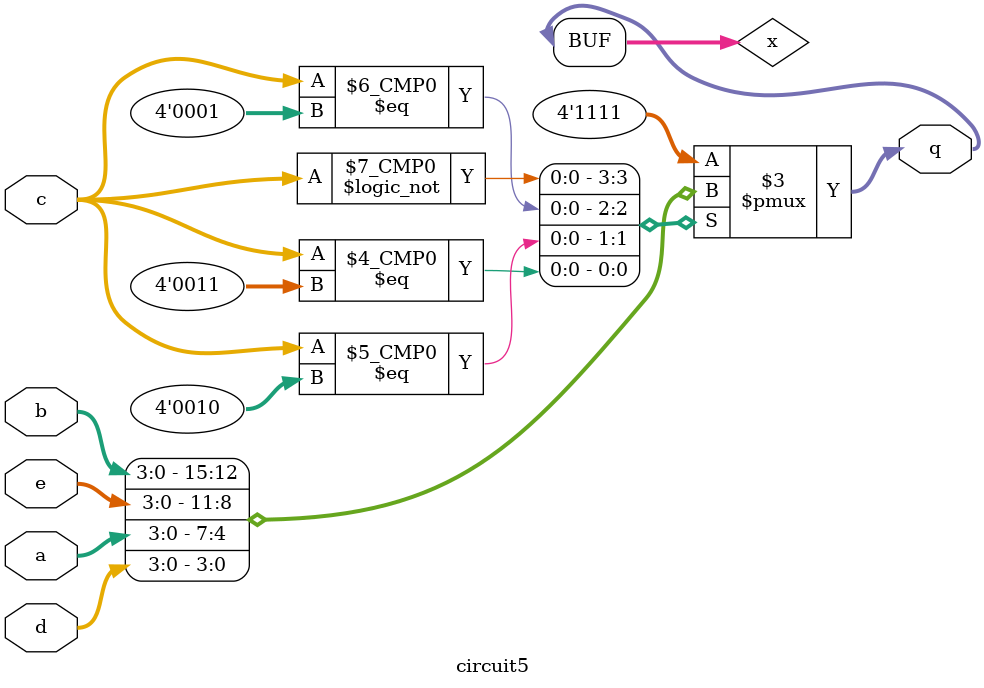
<source format=v>
module circuit5 (
	input [3:0] a,
	input [3:0] b,
	input [3:0] c,
	input [3:0] d,
	input [3:0] e,
	output [3:0] q
);
	// appears that c is the select signal for inputs a, b, d, and e i.e. a 4-1 mux
	reg [3:0] x;
	always @(*) begin
		case (c)
			4'd0: x = b;
			4'd1: x = e;
			4'd2: x = a;
			4'd3: x = d;
			default: x = 4'hf;
		endcase
	end
	
	assign q = x;
	
endmodule

</source>
